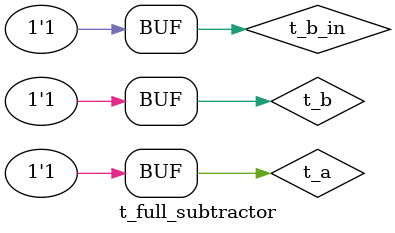
<source format=v>
module t_full_subtractor();
  reg t_a,t_b,t_b_in;
  wire t_d,t_b_out;
  
  full_subtractor dut(.a(t_a),.b(t_b),.b_in(t_b_in),.d(t_d),.b_out(t_b_out));
  
  initial begin
    $dumpfile("dump.vcd");
    $dumpvars(1);
  end
  initial begin
    //0
    t_a = 0;
    t_b = 0;
    t_b_in = 0;
    #5
    //1
    t_a = 0;
    t_b = 0;
    t_b_in = 1;
    #5//2
    t_a = 0;
    t_b = 1;
    t_b_in = 0;
    #5//3
    t_a = 0;
    t_b = 1;
    t_b_in = 1;
    #5//4
    t_a = 1;
    t_b = 0;
    t_b_in = 0;
    #5//5
    t_a = 1;
    t_b = 0;
    t_b_in = 1;
    #5//6
    t_a = 1;
    t_b = 1;
    t_b_in = 0;
    #5//7
    t_a = 1;
    t_b = 1;
    t_b_in = 1;
  end
endmodule

</source>
